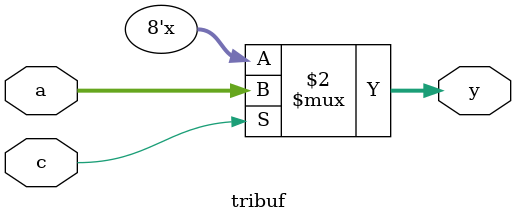
<source format=v>
`timescale 1ns/1ns

module tribuf(a, c, y);
	input  [7:0] a;
	input        c;
	output [7:0] y;
	
	assign y = (c == 1'b1) ? a : 8'bzzzzzzzz;
	
endmodule

</source>
